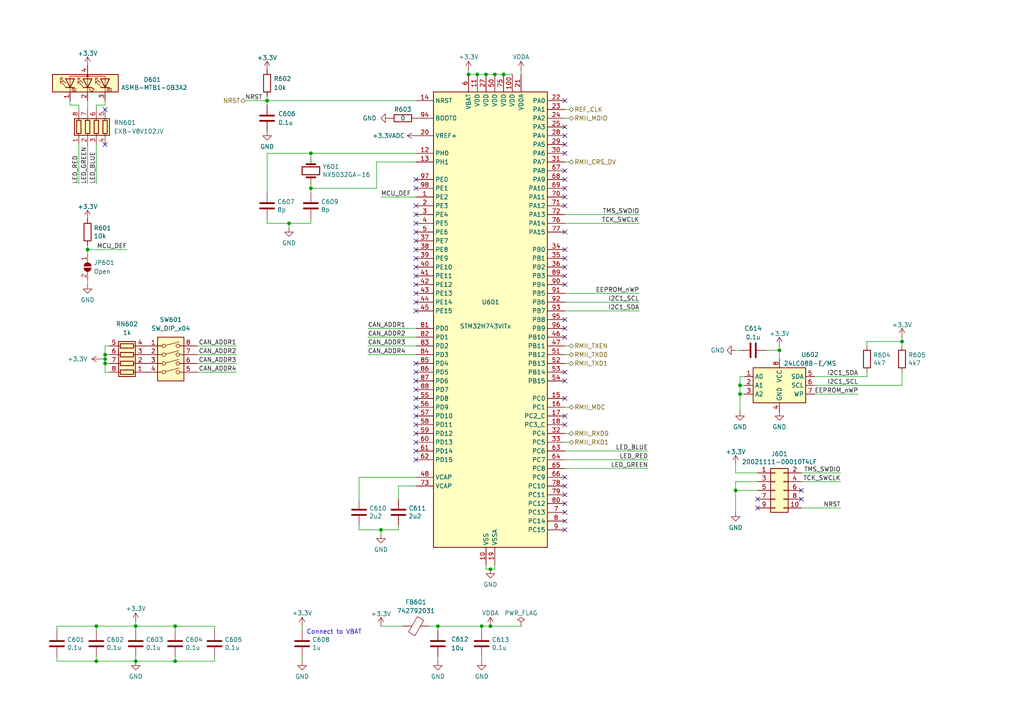
<source format=kicad_sch>
(kicad_sch (version 20231120) (generator "eeschema") (generator_version "8.0")
  (paper "A4")
  (lib_symbols
    (symbol "Connector_Generic:Conn_02x05_Odd_Even" (pin_names (offset 1.016) hide)
      (property "Reference" "J" (at 1.27 7.62 0))
      (property "Value" "Conn_02x05_Odd_Even" (at 1.27 -7.62 0))
      (symbol "Conn_02x05_Odd_Even_1_1"
        (pin passive line (at -5.08 5.08 0) (length 3.81) (name "Pin_1") (number "1"))
        (pin passive line (at 7.62 -5.08 180) (length 3.81) (name "Pin_10") (number "10"))
        (pin passive line (at 7.62 5.08 180) (length 3.81) (name "Pin_2") (number "2"))
        (pin passive line (at -5.08 2.54 0) (length 3.81) (name "Pin_3") (number "3"))
        (pin passive line (at 7.62 2.54 180) (length 3.81) (name "Pin_4") (number "4"))
        (pin passive line (at -5.08 0 0) (length 3.81) (name "Pin_5") (number "5"))
        (pin passive line (at 7.62 0 180) (length 3.81) (name "Pin_6") (number "6"))
        (pin passive line (at -5.08 -2.54 0) (length 3.81) (name "Pin_7") (number "7"))
        (pin passive line (at 7.62 -2.54 180) (length 3.81) (name "Pin_8") (number "8"))
        (pin passive line (at -5.08 -5.08 0) (length 3.81) (name "Pin_9") (number "9"))
      )
    )
    (symbol "Device:C" (pin_numbers hide) (pin_names (offset 0.254))
      (property "Reference" "C" (at 0.635 2.54 0))
      (property "Value" "C" (at 0.635 -2.54 0))
      (symbol "C_1_1"
        (pin passive line (at 0 3.81 270) (length 2.794) (name "~") (number "1"))
        (pin passive line (at 0 -3.81 90) (length 2.794) (name "~") (number "2"))
      )
    )
    (symbol "Device:Crystal" (pin_numbers hide) (pin_names (offset 1.016) hide)
      (property "Reference" "Y" (at 0 3.81 0))
      (property "Value" "Crystal" (at 0 -3.81 0))
      (symbol "Crystal_1_1"
        (pin passive line (at -3.81 0 0) (length 1.27) (name "1") (number "1"))
        (pin passive line (at 3.81 0 180) (length 1.27) (name "2") (number "2"))
      )
    )
    (symbol "Device:FerriteBead" (pin_numbers hide) (pin_names (offset 0))
      (property "Reference" "FB" (at -3.81 0.635 90))
      (property "Value" "FerriteBead" (at 3.81 0 90))
      (symbol "FerriteBead_1_1"
        (pin passive line (at 0 3.81 270) (length 2.54) (name "~") (number "1"))
        (pin passive line (at 0 -3.81 90) (length 2.54) (name "~") (number "2"))
      )
    )
    (symbol "Device:R" (pin_numbers hide) (pin_names (offset 0))
      (property "Reference" "R" (at 2.032 0 90))
      (property "Value" "R" (at 0 0 90))
      (symbol "R_1_1"
        (pin passive line (at 0 3.81 270) (length 1.27) (name "~") (number "1"))
        (pin passive line (at 0 -3.81 90) (length 1.27) (name "~") (number "2"))
      )
    )
    (symbol "Device:R_Pack04" (pin_names (offset 0) hide)
      (property "Reference" "RN" (at -7.62 0 90))
      (property "Value" "R_Pack04" (at 5.08 0 90))
      (symbol "R_Pack04_1_1"
        (pin passive line (at -5.08 -5.08 90) (length 2.54) (name "R1.1") (number "1"))
        (pin passive line (at -2.54 -5.08 90) (length 2.54) (name "R2.1") (number "2"))
        (pin passive line (at 0 -5.08 90) (length 2.54) (name "R3.1") (number "3"))
        (pin passive line (at 2.54 -5.08 90) (length 2.54) (name "R4.1") (number "4"))
        (pin passive line (at 2.54 5.08 270) (length 2.54) (name "R4.2") (number "5"))
        (pin passive line (at 0 5.08 270) (length 2.54) (name "R3.2") (number "6"))
        (pin passive line (at -2.54 5.08 270) (length 2.54) (name "R2.2") (number "7"))
        (pin passive line (at -5.08 5.08 270) (length 2.54) (name "R1.2") (number "8"))
      )
    )
    (symbol "Jumper:SolderJumper_2_Open" (pin_names (offset 0) hide)
      (property "Reference" "JP" (at 0 2.032 0))
      (property "Value" "SolderJumper_2_Open" (at 0 -2.54 0))
      (symbol "SolderJumper_2_Open_1_1"
        (pin passive line (at -3.81 0 0) (length 2.54) (name "A") (number "1"))
        (pin passive line (at 3.81 0 180) (length 2.54) (name "B") (number "2"))
      )
    )
    (symbol "LED:ASMB-MTB1-0A3A2" (pin_names (offset 0) hide)
      (property "Reference" "D" (at 0 12.7 0))
      (property "Value" "ASMB-MTB1-0A3A2" (at 1.27 -11.43 0))
      (symbol "ASMB-MTB1-0A3A2_0_0"
        (text "B" (at -1.905 -6.35 0) (effects (font (size 1.27 1.27))))
        (text "G" (at -1.905 -1.27 0) (effects (font (size 1.27 1.27))))
        (text "R" (at -1.905 3.81 0) (effects (font (size 1.27 1.27))))
      )
      (symbol "ASMB-MTB1-0A3A2_1_1"
        (pin passive line (at -5.08 5.08 0) (length 2.54) (name "RK") (number "1"))
        (pin passive line (at -5.08 0 0) (length 2.54) (name "GK") (number "2"))
        (pin passive line (at -5.08 -5.08 0) (length 2.54) (name "BK") (number "3"))
        (pin passive line (at 5.08 0 180) (length 2.54) (name "A") (number "4"))
      )
    )
    (symbol "MCU_ST_STM32H7:STM32H743VITx"
      (property "Reference" "U" (at -15.24 67.31 0))
      (property "Value" "STM32H743VITx" (at 12.7 67.31 0))
      (symbol "STM32H743VITx_1_1"
        (pin bidirectional line (at -20.32 35.56 0) (length 5.08) (name "PE2") (number "1"))
        (pin power_in line (at 0 -71.12 90) (length 5.08) (name "VSS") (number "10"))
        (pin power_in line (at 7.62 71.12 270) (length 5.08) (name "VDD") (number "100"))
        (pin power_in line (at -2.54 71.12 270) (length 5.08) (name "VDD") (number "11"))
        (pin bidirectional line (at -20.32 48.26 0) (length 5.08) (name "PH0") (number "12"))
        (pin bidirectional line (at -20.32 45.72 0) (length 5.08) (name "PH1") (number "13"))
        (pin input line (at -20.32 63.5 0) (length 5.08) (name "NRST") (number "14"))
        (pin bidirectional line (at 22.86 -22.86 180) (length 5.08) (name "PC0") (number "15"))
        (pin bidirectional line (at 22.86 -25.4 180) (length 5.08) (name "PC1") (number "16"))
        (pin bidirectional line (at 22.86 -27.94 180) (length 5.08) (name "PC2_C") (number "17"))
        (pin bidirectional line (at 22.86 -30.48 180) (length 5.08) (name "PC3_C") (number "18"))
        (pin power_in line (at 2.54 -71.12 90) (length 5.08) (name "VSSA") (number "19"))
        (pin bidirectional line (at -20.32 33.02 0) (length 5.08) (name "PE3") (number "2"))
        (pin input line (at -20.32 53.34 0) (length 5.08) (name "VREF+") (number "20"))
        (pin power_in line (at 10.16 71.12 270) (length 5.08) (name "VDDA") (number "21"))
        (pin bidirectional line (at 22.86 63.5 180) (length 5.08) (name "PA0") (number "22"))
        (pin bidirectional line (at 22.86 60.96 180) (length 5.08) (name "PA1") (number "23"))
        (pin bidirectional line (at 22.86 58.42 180) (length 5.08) (name "PA2") (number "24"))
        (pin bidirectional line (at 22.86 55.88 180) (length 5.08) (name "PA3") (number "25"))
        (pin passive line (at 0 -71.12 90) (length 5.08) hide (name "VSS") (number "26"))
        (pin power_in line (at 0 71.12 270) (length 5.08) (name "VDD") (number "27"))
        (pin bidirectional line (at 22.86 53.34 180) (length 5.08) (name "PA4") (number "28"))
        (pin bidirectional line (at 22.86 50.8 180) (length 5.08) (name "PA5") (number "29"))
        (pin bidirectional line (at -20.32 30.48 0) (length 5.08) (name "PE4") (number "3"))
        (pin bidirectional line (at 22.86 48.26 180) (length 5.08) (name "PA6") (number "30"))
        (pin bidirectional line (at 22.86 45.72 180) (length 5.08) (name "PA7") (number "31"))
        (pin bidirectional line (at 22.86 -33.02 180) (length 5.08) (name "PC4") (number "32"))
        (pin bidirectional line (at 22.86 -35.56 180) (length 5.08) (name "PC5") (number "33"))
        (pin bidirectional line (at 22.86 20.32 180) (length 5.08) (name "PB0") (number "34"))
        (pin bidirectional line (at 22.86 17.78 180) (length 5.08) (name "PB1") (number "35"))
        (pin bidirectional line (at 22.86 15.24 180) (length 5.08) (name "PB2") (number "36"))
        (pin bidirectional line (at -20.32 22.86 0) (length 5.08) (name "PE7") (number "37"))
        (pin bidirectional line (at -20.32 20.32 0) (length 5.08) (name "PE8") (number "38"))
        (pin bidirectional line (at -20.32 17.78 0) (length 5.08) (name "PE9") (number "39"))
        (pin bidirectional line (at -20.32 27.94 0) (length 5.08) (name "PE5") (number "4"))
        (pin bidirectional line (at -20.32 15.24 0) (length 5.08) (name "PE10") (number "40"))
        (pin bidirectional line (at -20.32 12.7 0) (length 5.08) (name "PE11") (number "41"))
        (pin bidirectional line (at -20.32 10.16 0) (length 5.08) (name "PE12") (number "42"))
        (pin bidirectional line (at -20.32 7.62 0) (length 5.08) (name "PE13") (number "43"))
        (pin bidirectional line (at -20.32 5.08 0) (length 5.08) (name "PE14") (number "44"))
        (pin bidirectional line (at -20.32 2.54 0) (length 5.08) (name "PE15") (number "45"))
        (pin bidirectional line (at 22.86 -5.08 180) (length 5.08) (name "PB10") (number "46"))
        (pin bidirectional line (at 22.86 -7.62 180) (length 5.08) (name "PB11") (number "47"))
        (pin power_out line (at -20.32 -45.72 0) (length 5.08) (name "VCAP") (number "48"))
        (pin passive line (at 0 -71.12 90) (length 5.08) hide (name "VSS") (number "49"))
        (pin bidirectional line (at -20.32 25.4 0) (length 5.08) (name "PE6") (number "5"))
        (pin power_in line (at 2.54 71.12 270) (length 5.08) (name "VDD") (number "50"))
        (pin bidirectional line (at 22.86 -10.16 180) (length 5.08) (name "PB12") (number "51"))
        (pin bidirectional line (at 22.86 -12.7 180) (length 5.08) (name "PB13") (number "52"))
        (pin bidirectional line (at 22.86 -15.24 180) (length 5.08) (name "PB14") (number "53"))
        (pin bidirectional line (at 22.86 -17.78 180) (length 5.08) (name "PB15") (number "54"))
        (pin bidirectional line (at -20.32 -22.86 0) (length 5.08) (name "PD8") (number "55"))
        (pin bidirectional line (at -20.32 -25.4 0) (length 5.08) (name "PD9") (number "56"))
        (pin bidirectional line (at -20.32 -27.94 0) (length 5.08) (name "PD10") (number "57"))
        (pin bidirectional line (at -20.32 -30.48 0) (length 5.08) (name "PD11") (number "58"))
        (pin bidirectional line (at -20.32 -33.02 0) (length 5.08) (name "PD12") (number "59"))
        (pin power_in line (at -5.08 71.12 270) (length 5.08) (name "VBAT") (number "6"))
        (pin bidirectional line (at -20.32 -35.56 0) (length 5.08) (name "PD13") (number "60"))
        (pin bidirectional line (at -20.32 -38.1 0) (length 5.08) (name "PD14") (number "61"))
        (pin bidirectional line (at -20.32 -40.64 0) (length 5.08) (name "PD15") (number "62"))
        (pin bidirectional line (at 22.86 -38.1 180) (length 5.08) (name "PC6") (number "63"))
        (pin bidirectional line (at 22.86 -40.64 180) (length 5.08) (name "PC7") (number "64"))
        (pin bidirectional line (at 22.86 -43.18 180) (length 5.08) (name "PC8") (number "65"))
        (pin bidirectional line (at 22.86 -45.72 180) (length 5.08) (name "PC9") (number "66"))
        (pin bidirectional line (at 22.86 43.18 180) (length 5.08) (name "PA8") (number "67"))
        (pin bidirectional line (at 22.86 40.64 180) (length 5.08) (name "PA9") (number "68"))
        (pin bidirectional line (at 22.86 38.1 180) (length 5.08) (name "PA10") (number "69"))
        (pin bidirectional line (at 22.86 -55.88 180) (length 5.08) (name "PC13") (number "7"))
        (pin bidirectional line (at 22.86 35.56 180) (length 5.08) (name "PA11") (number "70"))
        (pin bidirectional line (at 22.86 33.02 180) (length 5.08) (name "PA12") (number "71"))
        (pin bidirectional line (at 22.86 30.48 180) (length 5.08) (name "PA13") (number "72"))
        (pin power_out line (at -20.32 -48.26 0) (length 5.08) (name "VCAP") (number "73"))
        (pin passive line (at 0 -71.12 90) (length 5.08) hide (name "VSS") (number "74"))
        (pin power_in line (at 5.08 71.12 270) (length 5.08) (name "VDD") (number "75"))
        (pin bidirectional line (at 22.86 27.94 180) (length 5.08) (name "PA14") (number "76"))
        (pin bidirectional line (at 22.86 25.4 180) (length 5.08) (name "PA15") (number "77"))
        (pin bidirectional line (at 22.86 -48.26 180) (length 5.08) (name "PC10") (number "78"))
        (pin bidirectional line (at 22.86 -50.8 180) (length 5.08) (name "PC11") (number "79"))
        (pin bidirectional line (at 22.86 -58.42 180) (length 5.08) (name "PC14") (number "8"))
        (pin bidirectional line (at 22.86 -53.34 180) (length 5.08) (name "PC12") (number "80"))
        (pin bidirectional line (at -20.32 -2.54 0) (length 5.08) (name "PD0") (number "81"))
        (pin bidirectional line (at -20.32 -5.08 0) (length 5.08) (name "PD1") (number "82"))
        (pin bidirectional line (at -20.32 -7.62 0) (length 5.08) (name "PD2") (number "83"))
        (pin bidirectional line (at -20.32 -10.16 0) (length 5.08) (name "PD3") (number "84"))
        (pin bidirectional line (at -20.32 -12.7 0) (length 5.08) (name "PD4") (number "85"))
        (pin bidirectional line (at -20.32 -15.24 0) (length 5.08) (name "PD5") (number "86"))
        (pin bidirectional line (at -20.32 -17.78 0) (length 5.08) (name "PD6") (number "87"))
        (pin bidirectional line (at -20.32 -20.32 0) (length 5.08) (name "PD7") (number "88"))
        (pin bidirectional line (at 22.86 12.7 180) (length 5.08) (name "PB3") (number "89"))
        (pin bidirectional line (at 22.86 -60.96 180) (length 5.08) (name "PC15") (number "9"))
        (pin bidirectional line (at 22.86 10.16 180) (length 5.08) (name "PB4") (number "90"))
        (pin bidirectional line (at 22.86 7.62 180) (length 5.08) (name "PB5") (number "91"))
        (pin bidirectional line (at 22.86 5.08 180) (length 5.08) (name "PB6") (number "92"))
        (pin bidirectional line (at 22.86 2.54 180) (length 5.08) (name "PB7") (number "93"))
        (pin input line (at -20.32 58.42 0) (length 5.08) (name "BOOT0") (number "94"))
        (pin bidirectional line (at 22.86 0 180) (length 5.08) (name "PB8") (number "95"))
        (pin bidirectional line (at 22.86 -2.54 180) (length 5.08) (name "PB9") (number "96"))
        (pin bidirectional line (at -20.32 40.64 0) (length 5.08) (name "PE0") (number "97"))
        (pin bidirectional line (at -20.32 38.1 0) (length 5.08) (name "PE1") (number "98"))
        (pin passive line (at 0 -71.12 90) (length 5.08) hide (name "VSS") (number "99"))
      )
    )
    (symbol "Memory_EEPROM:24LC08"
      (property "Reference" "U" (at -6.35 6.35 0))
      (property "Value" "24LC08" (at 1.27 6.35 0))
      (symbol "24LC08_1_1"
        (pin input line (at -10.16 2.54 0) (length 2.54) (name "A0") (number "1"))
        (pin input line (at -10.16 0 0) (length 2.54) (name "A1") (number "2"))
        (pin input line (at -10.16 -2.54 0) (length 2.54) (name "A2") (number "3"))
        (pin power_in line (at 0 -7.62 90) (length 2.54) (name "GND") (number "4"))
        (pin bidirectional line (at 10.16 2.54 180) (length 2.54) (name "SDA") (number "5"))
        (pin input line (at 10.16 0 180) (length 2.54) (name "SCL") (number "6"))
        (pin input line (at 10.16 -2.54 180) (length 2.54) (name "WP") (number "7"))
        (pin power_in line (at 0 7.62 270) (length 2.54) (name "VCC") (number "8"))
      )
    )
    (symbol "R_Pack04_1" (pin_names (offset 0) hide)
      (property "Reference" "RN" (at -7.62 0 90))
      (property "Value" "R_Pack04" (at 5.08 0 90))
      (symbol "R_Pack04_1_1_1"
        (pin passive line (at -5.08 -5.08 90) (length 2.54) (name "R1.1") (number "1"))
        (pin passive line (at -2.54 -5.08 90) (length 2.54) (name "R2.1") (number "2"))
        (pin passive line (at 0 -5.08 90) (length 2.54) (name "R3.1") (number "3"))
        (pin passive line (at 2.54 -5.08 90) (length 2.54) (name "R4.1") (number "4"))
        (pin passive line (at 2.54 5.08 270) (length 2.54) (name "R4.2") (number "5"))
        (pin passive line (at 0 5.08 270) (length 2.54) (name "R3.2") (number "6"))
        (pin passive line (at -2.54 5.08 270) (length 2.54) (name "R2.2") (number "7"))
        (pin passive line (at -5.08 5.08 270) (length 2.54) (name "R1.2") (number "8"))
      )
    )
    (symbol "Switch:SW_DIP_x04" (pin_names (offset 0) hide)
      (property "Reference" "SW" (at 0 8.89 0))
      (property "Value" "SW_DIP_x04" (at 0 -6.35 0))
      (symbol "SW_DIP_x04_1_1"
        (pin passive line (at -7.62 5.08 0) (length 5.08) (name "~") (number "1"))
        (pin passive line (at -7.62 2.54 0) (length 5.08) (name "~") (number "2"))
        (pin passive line (at -7.62 0 0) (length 5.08) (name "~") (number "3"))
        (pin passive line (at -7.62 -2.54 0) (length 5.08) (name "~") (number "4"))
        (pin passive line (at 7.62 -2.54 180) (length 5.08) (name "~") (number "5"))
        (pin passive line (at 7.62 0 180) (length 5.08) (name "~") (number "6"))
        (pin passive line (at 7.62 2.54 180) (length 5.08) (name "~") (number "7"))
        (pin passive line (at 7.62 5.08 180) (length 5.08) (name "~") (number "8"))
      )
    )
    (symbol "power:+3.3V" (power) (pin_numbers hide) (pin_names (offset 0) hide)
      (property "Value" "+3.3V" (at 0 3.556 0))
      (symbol "+3.3V_1_1"
        (pin power_in line (at 0 0 90) (length 0) (name "~") (number "1"))
      )
    )
    (symbol "power:+3.3VADC" (power) (pin_numbers hide) (pin_names (offset 0) hide)
      (property "Value" "+3.3VADC" (at 0 3.556 0))
      (symbol "+3.3VADC_0_0"
        (pin power_in line (at 0 0 90) (length 0) (name "~") (number "1"))
      )
    )
    (symbol "power:GND" (power) (pin_numbers hide) (pin_names (offset 0) hide)
      (property "Value" "GND" (at 0 -3.81 0))
      (symbol "GND_1_1"
        (pin power_in line (at 0 0 270) (length 0) (name "~") (number "1"))
      )
    )
    (symbol "power:PWR_FLAG" (power) (pin_numbers hide) (pin_names (offset 0) hide)
      (property "Value" "PWR_FLAG" (at 0 3.81 0))
      (symbol "PWR_FLAG_0_0"
        (pin power_out line (at 0 0 90) (length 0) (name "~") (number "1"))
      )
    )
    (symbol "power:VDDA" (power) (pin_numbers hide) (pin_names (offset 0) hide)
      (property "Value" "VDDA" (at 0 3.556 0))
      (symbol "VDDA_1_1"
        (pin power_in line (at 0 0 90) (length 0) (name "~") (number "1"))
      )
    )
  )
  (junction (at 39.37 181.61))
  (junction (at 50.8 191.77))
  (junction (at 143.51 21.59))
  (junction (at 214.63 111.76))
  (junction (at 30.48 104.14))
  (junction (at 139.7 181.61))
  (junction (at 77.47 29.21))
  (junction (at 146.05 21.59))
  (junction (at 214.63 114.3))
  (junction (at 142.24 165.1))
  (junction (at 27.94 191.77))
  (junction (at 110.49 153.67))
  (junction (at 142.24 181.61))
  (junction (at 83.82 64.77))
  (junction (at 138.43 21.59))
  (junction (at 30.48 105.41))
  (junction (at 261.62 99.06))
  (junction (at 90.17 54.61))
  (junction (at 213.36 142.24))
  (junction (at 39.37 191.77))
  (junction (at 127 181.61))
  (junction (at 50.8 181.61))
  (junction (at 27.94 181.61))
  (junction (at 90.17 44.45))
  (junction (at 226.06 101.6))
  (junction (at 135.89 21.59))
  (junction (at 25.4 72.39))
  (junction (at 30.48 102.87))
  (junction (at 140.97 21.59))
  (no_connect (at 120.65 85.09))
  (no_connect (at 120.65 62.23))
  (no_connect (at 163.83 57.15))
  (no_connect (at 120.65 105.41))
  (no_connect (at 120.65 115.57))
  (no_connect (at 163.83 59.69))
  (no_connect (at 163.83 39.37))
  (no_connect (at 232.41 144.78))
  (no_connect (at 163.83 44.45))
  (no_connect (at 120.65 90.17))
  (no_connect (at 163.83 107.95))
  (no_connect (at 120.65 118.11))
  (no_connect (at 163.83 110.49))
  (no_connect (at 163.83 97.79))
  (no_connect (at 120.65 125.73))
  (no_connect (at 219.71 147.32))
  (no_connect (at 163.83 146.05))
  (no_connect (at 163.83 92.71))
  (no_connect (at 120.65 59.69))
  (no_connect (at 163.83 49.53))
  (no_connect (at 163.83 80.01))
  (no_connect (at 163.83 74.93))
  (no_connect (at 120.65 82.55))
  (no_connect (at 120.65 110.49))
  (no_connect (at 120.65 87.63))
  (no_connect (at 120.65 64.77))
  (no_connect (at 120.65 113.03))
  (no_connect (at 163.83 54.61))
  (no_connect (at 163.83 138.43))
  (no_connect (at 120.65 130.81))
  (no_connect (at 163.83 143.51))
  (no_connect (at 163.83 148.59))
  (no_connect (at 163.83 115.57))
  (no_connect (at 163.83 36.83))
  (no_connect (at 163.83 52.07))
  (no_connect (at 163.83 67.31))
  (no_connect (at 120.65 52.07))
  (no_connect (at 120.65 107.95))
  (no_connect (at 30.48 41.91))
  (no_connect (at 163.83 77.47))
  (no_connect (at 163.83 151.13))
  (no_connect (at 232.41 142.24))
  (no_connect (at 163.83 72.39))
  (no_connect (at 120.65 74.93))
  (no_connect (at 120.65 80.01))
  (no_connect (at 163.83 29.21))
  (no_connect (at 30.48 31.75))
  (no_connect (at 163.83 153.67))
  (no_connect (at 163.83 95.25))
  (no_connect (at 120.65 128.27))
  (no_connect (at 163.83 140.97))
  (no_connect (at 120.65 120.65))
  (no_connect (at 120.65 54.61))
  (no_connect (at 120.65 77.47))
  (no_connect (at 120.65 69.85))
  (no_connect (at 163.83 41.91))
  (no_connect (at 120.65 133.35))
  (no_connect (at 120.65 67.31))
  (no_connect (at 120.65 72.39))
  (no_connect (at 163.83 82.55))
  (no_connect (at 163.83 123.19))
  (no_connect (at 120.65 123.19))
  (no_connect (at 163.83 120.65))
  (no_connect (at 219.71 144.78))
  (wire (pts (xy 39.37 190.5) (xy 39.37 191.77)))
  (wire (pts (xy 50.8 181.61) (xy 39.37 181.61)))
  (wire (pts (xy 138.43 21.59) (xy 140.97 21.59)))
  (wire (pts (xy 120.65 97.79) (xy 106.68 97.79)))
  (wire (pts (xy 30.48 102.87) (xy 31.75 102.87)))
  (wire (pts (xy 251.46 100.33) (xy 251.46 99.06)))
  (wire (pts (xy 25.4 29.21) (xy 25.4 31.75)))
  (wire (pts (xy 140.97 165.1) (xy 142.24 165.1)))
  (wire (pts (xy 30.48 102.87) (xy 30.48 100.33)))
  (wire (pts (xy 77.47 29.21) (xy 120.65 29.21)))
  (wire (pts (xy 39.37 181.61) (xy 27.94 181.61)))
  (wire (pts (xy 25.4 73.66) (xy 25.4 72.39)))
  (wire (pts (xy 163.83 46.99) (xy 165.1 46.99)))
  (wire (pts (xy 226.06 101.6) (xy 226.06 104.14)))
  (wire (pts (xy 163.83 133.35) (xy 187.96 133.35)))
  (wire (pts (xy 140.97 163.83) (xy 140.97 165.1)))
  (wire (pts (xy 214.63 119.38) (xy 214.63 114.3)))
  (wire (pts (xy 27.94 181.61) (xy 16.51 181.61)))
  (wire (pts (xy 50.8 191.77) (xy 62.23 191.77)))
  (wire (pts (xy 30.48 105.41) (xy 30.48 104.14)))
  (wire (pts (xy 115.57 140.97) (xy 120.65 140.97)))
  (wire (pts (xy 219.71 142.24) (xy 213.36 142.24)))
  (wire (pts (xy 87.63 181.61) (xy 87.63 182.88)))
  (wire (pts (xy 163.83 118.11) (xy 165.1 118.11)))
  (wire (pts (xy 30.48 30.48) (xy 27.94 30.48)))
  (wire (pts (xy 163.83 125.73) (xy 165.1 125.73)))
  (wire (pts (xy 236.22 109.22) (xy 251.46 109.22)))
  (wire (pts (xy 27.94 30.48) (xy 27.94 31.75)))
  (wire (pts (xy 139.7 181.61) (xy 139.7 182.88)))
  (wire (pts (xy 110.49 153.67) (xy 115.57 153.67)))
  (wire (pts (xy 236.22 114.3) (xy 248.92 114.3)))
  (wire (pts (xy 90.17 64.77) (xy 90.17 63.5)))
  (wire (pts (xy 261.62 97.79) (xy 261.62 99.06)))
  (wire (pts (xy 83.82 64.77) (xy 90.17 64.77)))
  (wire (pts (xy 30.48 105.41) (xy 31.75 105.41)))
  (wire (pts (xy 22.86 41.91) (xy 22.86 53.34)))
  (wire (pts (xy 31.75 107.95) (xy 30.48 107.95)))
  (wire (pts (xy 163.83 34.29) (xy 165.1 34.29)))
  (wire (pts (xy 213.36 142.24) (xy 213.36 139.7)))
  (wire (pts (xy 222.25 101.6) (xy 226.06 101.6)))
  (wire (pts (xy 163.83 100.33) (xy 165.1 100.33)))
  (wire (pts (xy 57.15 102.87) (xy 68.58 102.87)))
  (wire (pts (xy 163.83 105.41) (xy 165.1 105.41)))
  (wire (pts (xy 90.17 44.45) (xy 77.47 44.45)))
  (wire (pts (xy 163.83 128.27) (xy 165.1 128.27)))
  (wire (pts (xy 110.49 181.61) (xy 116.84 181.61)))
  (wire (pts (xy 139.7 181.61) (xy 142.24 181.61)))
  (wire (pts (xy 165.1 102.87) (xy 163.83 102.87)))
  (wire (pts (xy 120.65 100.33) (xy 106.68 100.33)))
  (wire (pts (xy 115.57 140.97) (xy 115.57 144.78)))
  (wire (pts (xy 62.23 181.61) (xy 62.23 182.88)))
  (wire (pts (xy 135.89 21.59) (xy 138.43 21.59)))
  (wire (pts (xy 39.37 181.61) (xy 39.37 182.88)))
  (wire (pts (xy 16.51 190.5) (xy 16.51 191.77)))
  (wire (pts (xy 16.51 181.61) (xy 16.51 182.88)))
  (wire (pts (xy 109.22 46.99) (xy 109.22 54.61)))
  (wire (pts (xy 120.65 46.99) (xy 109.22 46.99)))
  (wire (pts (xy 214.63 111.76) (xy 214.63 114.3)))
  (wire (pts (xy 143.51 163.83) (xy 143.51 165.1)))
  (wire (pts (xy 214.63 114.3) (xy 215.9 114.3)))
  (wire (pts (xy 27.94 181.61) (xy 27.94 182.88)))
  (wire (pts (xy 232.41 139.7) (xy 243.84 139.7)))
  (wire (pts (xy 50.8 181.61) (xy 50.8 182.88)))
  (wire (pts (xy 110.49 57.15) (xy 120.65 57.15)))
  (wire (pts (xy 213.36 134.62) (xy 213.36 137.16)))
  (wire (pts (xy 57.15 107.95) (xy 68.58 107.95)))
  (wire (pts (xy 104.14 138.43) (xy 120.65 138.43)))
  (wire (pts (xy 77.47 63.5) (xy 77.47 64.77)))
  (wire (pts (xy 36.83 72.39) (xy 25.4 72.39)))
  (wire (pts (xy 232.41 137.16) (xy 243.84 137.16)))
  (wire (pts (xy 213.36 139.7) (xy 219.71 139.7)))
  (wire (pts (xy 143.51 21.59) (xy 146.05 21.59)))
  (wire (pts (xy 163.83 87.63) (xy 185.42 87.63)))
  (wire (pts (xy 151.13 20.32) (xy 151.13 21.59)))
  (wire (pts (xy 25.4 81.28) (xy 25.4 82.55)))
  (wire (pts (xy 20.32 29.21) (xy 20.32 30.48)))
  (wire (pts (xy 251.46 109.22) (xy 251.46 107.95)))
  (wire (pts (xy 120.65 102.87) (xy 106.68 102.87)))
  (wire (pts (xy 90.17 53.34) (xy 90.17 54.61)))
  (wire (pts (xy 139.7 191.77) (xy 139.7 190.5)))
  (wire (pts (xy 163.83 90.17) (xy 185.42 90.17)))
  (wire (pts (xy 30.48 104.14) (xy 30.48 102.87)))
  (wire (pts (xy 110.49 154.94) (xy 110.49 153.67)))
  (wire (pts (xy 104.14 153.67) (xy 110.49 153.67)))
  (wire (pts (xy 77.47 29.21) (xy 77.47 30.48)))
  (wire (pts (xy 104.14 152.4) (xy 104.14 153.67)))
  (wire (pts (xy 22.86 30.48) (xy 22.86 31.75)))
  (wire (pts (xy 27.94 41.91) (xy 27.94 53.34)))
  (wire (pts (xy 163.83 135.89) (xy 187.96 135.89)))
  (wire (pts (xy 261.62 111.76) (xy 261.62 107.95)))
  (wire (pts (xy 135.89 20.32) (xy 135.89 21.59)))
  (wire (pts (xy 127 181.61) (xy 124.46 181.61)))
  (wire (pts (xy 232.41 147.32) (xy 243.84 147.32)))
  (wire (pts (xy 71.12 29.21) (xy 77.47 29.21)))
  (wire (pts (xy 261.62 99.06) (xy 261.62 100.33)))
  (wire (pts (xy 77.47 64.77) (xy 83.82 64.77)))
  (wire (pts (xy 226.06 100.33) (xy 226.06 101.6)))
  (wire (pts (xy 163.83 31.75) (xy 165.1 31.75)))
  (wire (pts (xy 215.9 111.76) (xy 214.63 111.76)))
  (wire (pts (xy 142.24 165.1) (xy 143.51 165.1)))
  (wire (pts (xy 127 181.61) (xy 127 182.88)))
  (wire (pts (xy 62.23 181.61) (xy 50.8 181.61)))
  (wire (pts (xy 109.22 54.61) (xy 90.17 54.61)))
  (wire (pts (xy 215.9 109.22) (xy 214.63 109.22)))
  (wire (pts (xy 57.15 105.41) (xy 68.58 105.41)))
  (wire (pts (xy 25.4 41.91) (xy 25.4 53.34)))
  (wire (pts (xy 214.63 109.22) (xy 214.63 111.76)))
  (wire (pts (xy 163.83 62.23) (xy 185.42 62.23)))
  (wire (pts (xy 39.37 180.34) (xy 39.37 181.61)))
  (wire (pts (xy 127 181.61) (xy 139.7 181.61)))
  (wire (pts (xy 213.36 137.16) (xy 219.71 137.16)))
  (wire (pts (xy 30.48 29.21) (xy 30.48 30.48)))
  (wire (pts (xy 213.36 101.6) (xy 214.63 101.6)))
  (wire (pts (xy 90.17 45.72) (xy 90.17 44.45)))
  (wire (pts (xy 27.94 190.5) (xy 27.94 191.77)))
  (wire (pts (xy 251.46 99.06) (xy 261.62 99.06)))
  (wire (pts (xy 62.23 191.77) (xy 62.23 190.5)))
  (wire (pts (xy 25.4 72.39) (xy 25.4 71.12)))
  (wire (pts (xy 163.83 130.81) (xy 187.96 130.81)))
  (wire (pts (xy 16.51 191.77) (xy 27.94 191.77)))
  (wire (pts (xy 127 191.77) (xy 127 190.5)))
  (wire (pts (xy 90.17 44.45) (xy 120.65 44.45)))
  (wire (pts (xy 50.8 190.5) (xy 50.8 191.77)))
  (wire (pts (xy 29.21 104.14) (xy 30.48 104.14)))
  (wire (pts (xy 140.97 21.59) (xy 143.51 21.59)))
  (wire (pts (xy 236.22 111.76) (xy 261.62 111.76)))
  (wire (pts (xy 77.47 44.45) (xy 77.47 55.88)))
  (wire (pts (xy 27.94 191.77) (xy 39.37 191.77)))
  (wire (pts (xy 115.57 153.67) (xy 115.57 152.4)))
  (wire (pts (xy 120.65 95.25) (xy 106.68 95.25)))
  (wire (pts (xy 39.37 191.77) (xy 50.8 191.77)))
  (wire (pts (xy 87.63 190.5) (xy 87.63 191.77)))
  (wire (pts (xy 104.14 138.43) (xy 104.14 144.78)))
  (wire (pts (xy 20.32 30.48) (xy 22.86 30.48)))
  (wire (pts (xy 146.05 21.59) (xy 148.59 21.59)))
  (wire (pts (xy 90.17 54.61) (xy 90.17 55.88)))
  (wire (pts (xy 163.83 85.09) (xy 185.42 85.09)))
  (wire (pts (xy 30.48 107.95) (xy 30.48 105.41)))
  (wire (pts (xy 57.15 100.33) (xy 68.58 100.33)))
  (wire (pts (xy 83.82 66.04) (xy 83.82 64.77)))
  (wire (pts (xy 213.36 148.59) (xy 213.36 142.24)))
  (wire (pts (xy 142.24 181.61) (xy 151.13 181.61)))
  (wire (pts (xy 163.83 64.77) (xy 185.42 64.77)))
  (wire (pts (xy 77.47 27.94) (xy 77.47 29.21)))
  (wire (pts (xy 30.48 100.33) (xy 31.75 100.33)))
  (text "Connect to VBAT" (at 88.9 184.15 0) (effects (font (size 1.27 1.27)) (justify left bottom)))
  (label "MCU_DEF" (at 110.49 57.15 0))
  (label "MCU_DEF" (at 36.83 72.39 180))
  (label "I2C1_SDA" (at 185.42 90.17 180))
  (label "CAN_ADDR1" (at 68.58 100.33 180))
  (label "LED_RED" (at 22.86 53.34 90))
  (label "CAN_ADDR4" (at 106.68 102.87 0))
  (label "TCK_SWCLK" (at 185.42 64.77 180))
  (label "CAN_ADDR2" (at 68.58 102.87 180))
  (label "I2C1_SDA" (at 248.92 109.22 180))
  (label "LED_BLUE" (at 187.96 130.81 180))
  (label "TCK_SWCLK" (at 243.84 139.7 180))
  (label "I2C1_SCL" (at 248.92 111.76 180))
  (label "EEPROM_nWP" (at 248.92 114.3 180))
  (label "LED_GREEN" (at 25.4 53.34 90))
  (label "LED_GREEN" (at 187.96 135.89 180))
  (label "LED_RED" (at 187.96 133.35 180))
  (label "LED_BLUE" (at 27.94 53.34 90))
  (label "CAN_ADDR4" (at 68.58 107.95 180))
  (label "I2C1_SCL" (at 185.42 87.63 180))
  (label "EEPROM_nWP" (at 185.42 85.09 180))
  (label "CAN_ADDR3" (at 68.58 105.41 180))
  (label "NRST" (at 243.84 147.32 180))
  (label "TMS_SWDIO" (at 185.42 62.23 180))
  (label "TMS_SWDIO" (at 243.84 137.16 180))
  (label "CAN_ADDR3" (at 106.68 100.33 0))
  (label "CAN_ADDR2" (at 106.68 97.79 0))
  (label "CAN_ADDR1" (at 106.68 95.25 0))
  (label "NRST" (at 71.12 29.21 0))
  (hierarchical_label "RMII_MDC" (shape bidirectional) (at 165.1 118.11 0))
  (hierarchical_label "RMII_MDIO" (shape bidirectional) (at 165.1 34.29 0))
  (hierarchical_label "RMII_TXD1" (shape bidirectional) (at 165.1 105.41 0))
  (hierarchical_label "REF_CLK" (shape bidirectional) (at 165.1 31.75 0))
  (hierarchical_label "RMII_TXEN" (shape bidirectional) (at 165.1 100.33 0))
  (hierarchical_label "RMII_TXD0" (shape bidirectional) (at 165.1 102.87 0))
  (hierarchical_label "NRST" (shape bidirectional) (at 71.12 29.21 180))
  (hierarchical_label "RMII_CRS_DV" (shape bidirectional) (at 165.1 46.99 0))
  (hierarchical_label "RMII_RXD0" (shape bidirectional) (at 165.1 125.73 0))
  (hierarchical_label "RMII_RXD1" (shape bidirectional) (at 165.1 128.27 0))
  (symbol (lib_id "power:VDDA") (at 151.13 20.32 0) (unit 1)
    (property "Reference" "#PWR0621" (effects (hide yes)))
    (property "Value" "VDDA" (at 151.13 16.51 0))
    (property "Description" "Power symbol creates a global label with name \"VDDA\"" (effects (hide yes)))
    (instances (project "ETH1HMSR-SMS" (path "" (reference "#PWR0621") (unit 1))) (project "ETH1HMSR-SMS" (path "" (reference "#PWR0431") (unit 1))) (project "ETH1IRCAM1" (path "" (reference "#PWR0418") (unit 1))))
  )
  (symbol (lib_id "Switch:SW_DIP_x04") (at 49.53 105.41 0) (unit 1)
    (property "Reference" "SW601" (at 49.53 92.71 0))
    (property "Value" "SW_DIP_x04" (at 49.53 95.25 0))
    (property "Footprint" "Button_Switch_SMD:SW_DIP_SPSTx04_Slide_KingTek_DSHP04TS_W7.62mm_P1.27mm" (effects (hide yes)))
    (property "Description" "4x DIP Switch, Single Pole Single Throw (SPST) switch, small symbol" (effects (hide yes)))
  )
  (symbol (lib_id "LED:ASMB-MTB1-0A3A2") (at 25.4 24.13 90) (unit 1)
    (property "Reference" "D601" (at 46.736 23.114 90) (effects (justify left)))
    (property "Value" "ASMB-MTB1-0B3A2" (at 54.356 25.4 90) (effects (justify left)))
    (property "Footprint" "LED_SMD:LED_Avago_PLCC4_3.2x2.8mm_CW" (effects (hide yes)))
    (property "Datasheet" "https://docs.broadcom.com/docs/AV02-4194EN" (effects (hide yes)))
    (instances (project "ETH1HMSR-SMS" (path "" (reference "D601") (unit 1))) (project "ETH1HMSR-SMS" (path "" (reference "D401") (unit 1))) (project "ETH1IRCAM1" (path "" (reference "D401") (unit 1))))
  )
  (symbol (lib_id "Device:C") (at 16.51 186.69 0) (unit 1)
    (property "Reference" "C601" (at 19.431 185.5216 0) (effects (justify left)))
    (property "Value" "0.1u" (at 19.431 187.833 0) (effects (justify left)))
    (property "Footprint" "Capacitor_SMD:C_0603_1608Metric_Pad1.08x0.95mm_HandSolder" (effects (hide yes)))
    (instances (project "ETH1HMSR-SMS" (path "" (reference "C601") (unit 1))) (project "ETH1HMSR-SMS" (path "" (reference "C401") (unit 1))) (project "ETH1IRCAM1" (path "" (reference "C401") (unit 1))))
  )
  (symbol (lib_id "power:GND") (at 214.63 119.38 0) (unit 1)
    (property "Reference" "#PWR0625" (effects (hide yes)))
    (property "Value" "GND" (at 214.63 123.825 0))
    (property "Description" "Power symbol creates a global label with name \"GND\" , ground" (effects (hide yes)))
    (instances (project "ETH1HMSR-SMS" (path "" (reference "#PWR0625") (unit 1))) (project "ETH1HMSR-SMS" (path "" (reference "#PWR0435") (unit 1))) (project "ETH1IRCAM1" (path "" (reference "#PWR0424") (unit 1))))
  )
  (symbol (lib_id "power:+3.3V") (at 29.21 104.14 90) (unit 1)
    (property "Reference" "#PWR0604" (effects (hide yes)))
    (property "Value" "+3.3V" (at 25.4 104.1399 90) (effects (justify left)))
    (property "Description" "Power symbol creates a global label with name \"+3.3V\"" (effects (hide yes)))
  )
  (symbol (lib_id "power:GND") (at 139.7 191.77 0) (unit 1)
    (property "Reference" "#PWR0618" (effects (hide yes)))
    (property "Value" "GND" (at 139.7 196.215 0))
    (property "Description" "Power symbol creates a global label with name \"GND\" , ground" (effects (hide yes)))
    (instances (project "ETH1HMSR-SMS" (path "" (reference "#PWR0618") (unit 1))) (project "ETH1HMSR-SMS" (path "" (reference "#PWR0426") (unit 1))) (project "ETH1IRCAM1" (path "" (reference "#PWR0413") (unit 1))))
  )
  (symbol (lib_id "Device:Crystal") (at 90.17 49.53 270) (unit 1)
    (property "Reference" "Y601" (at 93.4974 48.3616 90) (effects (justify left)))
    (property "Value" "NX5032GA-16" (at 93.4974 50.673 90) (effects (justify left)))
    (property "Footprint" "ETH1BATT12:NX5032GA" (effects (hide yes)))
    (instances (project "ETH1HMSR-SMS" (path "" (reference "Y601") (unit 1))) (project "ETH1HMSR-SMS" (path "" (reference "Y401") (unit 1))) (project "ETH1IRCAM1" (path "" (reference "Y401") (unit 1))))
  )
  (symbol (lib_id "Device:FerriteBead") (at 120.65 181.61 270) (unit 1)
    (property "Reference" "FB601" (at 120.65 174.625 90))
    (property "Value" "742792031" (at 120.65 177.165 90))
    (property "Footprint" "Inductor_SMD:L_0805_2012Metric_Pad1.05x1.20mm_HandSolder" (effects (hide yes)))
    (instances (project "ETH1HMSR-SMS" (path "" (reference "FB601") (unit 1))) (project "ETH1HMSR-SMS" (path "" (reference "FB401") (unit 1))) (project "ETH1IRCAM1" (path "" (reference "FB401") (unit 1))))
  )
  (symbol (lib_id "Device:C") (at 115.57 148.59 0) (unit 1)
    (property "Reference" "C611" (at 118.491 147.4216 0) (effects (justify left)))
    (property "Value" "2u2" (at 118.491 149.733 0) (effects (justify left)))
    (property "Footprint" "Capacitor_SMD:C_0603_1608Metric_Pad1.08x0.95mm_HandSolder" (effects (hide yes)))
    (instances (project "ETH1HMSR-SMS" (path "" (reference "C611") (unit 1))) (project "ETH1HMSR-SMS" (path "" (reference "C420") (unit 1))) (project "ETH1IRCAM1" (path "" (reference "C412") (unit 1))))
  )
  (symbol (lib_id "power:GND") (at 113.03 34.29 270) (unit 1)
    (property "Reference" "#PWR0614" (effects (hide yes)))
    (property "Value" "GND" (at 109.22 34.29 90) (effects (justify right)))
    (property "Description" "Power symbol creates a global label with name \"GND\" , ground" (effects (hide yes)))
    (instances (project "ETH1HMSR-SMS" (path "" (reference "#PWR0614") (unit 1))) (project "ETH1HMSR-SMS" (path "" (reference "#PWR0425") (unit 1))) (project "ETH1IRCAM1" (path "" (reference "#PWR0412") (unit 1))))
  )
  (symbol (lib_id "Device:C") (at 39.37 186.69 0) (unit 1)
    (property "Reference" "C603" (at 42.291 185.5216 0) (effects (justify left)))
    (property "Value" "0.1u" (at 42.291 187.833 0) (effects (justify left)))
    (property "Footprint" "Capacitor_SMD:C_0603_1608Metric_Pad1.08x0.95mm_HandSolder" (effects (hide yes)))
    (instances (project "ETH1HMSR-SMS" (path "" (reference "C603") (unit 1))) (project "ETH1HMSR-SMS" (path "" (reference "C407") (unit 1))) (project "ETH1IRCAM1" (path "" (reference "C403") (unit 1))))
  )
  (symbol (lib_id "power:GND") (at 39.37 191.77 0) (unit 1)
    (property "Reference" "#PWR0606" (effects (hide yes)))
    (property "Value" "GND" (at 39.37 196.215 0))
    (property "Description" "Power symbol creates a global label with name \"GND\" , ground" (effects (hide yes)))
    (instances (project "ETH1HMSR-SMS" (path "" (reference "#PWR0606") (unit 1))) (project "ETH1HMSR-SMS" (path "" (reference "#PWR0406") (unit 1))) (project "ETH1IRCAM1" (path "" (reference "#PWR0402") (unit 1))))
  )
  (symbol (lib_id "power:GND") (at 110.49 154.94 0) (unit 1)
    (property "Reference" "#PWR0612" (effects (hide yes)))
    (property "Value" "GND" (at 110.49 159.385 0))
    (property "Description" "Power symbol creates a global label with name \"GND\" , ground" (effects (hide yes)))
    (instances (project "ETH1HMSR-SMS" (path "" (reference "#PWR0612") (unit 1))) (project "ETH1HMSR-SMS" (path "" (reference "#PWR0424") (unit 1))) (project "ETH1IRCAM1" (path "" (reference "#PWR0411") (unit 1))))
  )
  (symbol (lib_id "power:PWR_FLAG") (at 151.13 181.61 0) (unit 1)
    (property "Reference" "#FLG0601" (effects (hide yes)))
    (property "Value" "PWR_FLAG" (at 151.13 177.8 0))
    (property "Description" "Special symbol for telling ERC where power comes from" (effects (hide yes)))
    (instances (project "ETH1HMSR-SMS" (path "" (reference "#FLG0601") (unit 1))) (project "ETH1HMSR-SMS" (path "" (reference "#FLG0401") (unit 1))) (project "ETH1IRCAM1" (path "" (reference "#FLG0401") (unit 1))))
  )
  (symbol (lib_id "power:GND") (at 226.06 119.38 0) (unit 1)
    (property "Reference" "#PWR0627" (effects (hide yes)))
    (property "Value" "GND" (at 226.06 123.825 0))
    (property "Description" "Power symbol creates a global label with name \"GND\" , ground" (effects (hide yes)))
    (instances (project "ETH1HMSR-SMS" (path "" (reference "#PWR0627") (unit 1))) (project "ETH1HMSR-SMS" (path "" (reference "#PWR0437") (unit 1))) (project "ETH1IRCAM1" (path "" (reference "#PWR0426") (unit 1))))
  )
  (symbol (lib_id "power:+3.3V") (at 77.47 20.32 0) (mirror y) (unit 1)
    (property "Reference" "#PWR0607" (effects (hide yes)))
    (property "Value" "+3.3V" (at 77.47 16.764 0))
    (property "Description" "Power symbol creates a global label with name \"+3.3V\"" (effects (hide yes)))
    (instances (project "ETH1HMSR-SMS" (path "" (reference "#PWR0607") (unit 1))) (project "ETH1HMSR-SMS" (path "" (reference "#PWR0419") (unit 1))) (project "ETH1IRCAM1" (path "" (reference "#PWR0408") (unit 1))))
  )
  (symbol (lib_id "power:GND") (at 77.47 38.1 0) (unit 1)
    (property "Reference" "#PWR0608" (effects (hide yes)))
    (property "Value" "GND" (at 77.47 42.545 0))
    (property "Description" "Power symbol creates a global label with name \"GND\" , ground" (effects (hide yes)))
    (instances (project "ETH1HMSR-SMS" (path "" (reference "#PWR0608") (unit 1))) (project "ETH1HMSR-SMS" (path "" (reference "#PWR0420") (unit 1))) (project "ETH1IRCAM1" (path "" (reference "#PWR0409") (unit 1))))
  )
  (symbol (lib_id "power:+3.3V") (at 25.4 19.05 0) (unit 1)
    (property "Reference" "#PWR0601" (effects (hide yes)))
    (property "Value" "+3.3V" (at 25.4 15.494 0))
    (property "Description" "Power symbol creates a global label with name \"+3.3V\"" (effects (hide yes)))
    (instances (project "ETH1HMSR-SMS" (path "" (reference "#PWR0601") (unit 1))) (project "ETH1HMSR-SMS" (path "" (reference "#PWR0401") (unit 1))) (project "ETH1IRCAM1" (path "" (reference "#PWR0403") (unit 1))))
  )
  (symbol (lib_id "power:VDDA") (at 142.24 181.61 0) (unit 1)
    (property "Reference" "#PWR0620" (effects (hide yes)))
    (property "Value" "VDDA" (at 142.24 177.8 0))
    (property "Description" "Power symbol creates a global label with name \"VDDA\"" (effects (hide yes)))
    (instances (project "ETH1HMSR-SMS" (path "" (reference "#PWR0620") (unit 1))) (project "ETH1HMSR-SMS" (path "" (reference "#PWR0427") (unit 1))) (project "ETH1IRCAM1" (path "" (reference "#PWR0414") (unit 1))))
  )
  (symbol (lib_id "Device:R") (at 116.84 34.29 270) (mirror x) (unit 1)
    (property "Reference" "R603" (at 116.84 31.75 90))
    (property "Value" "0" (at 116.84 34.29 90))
    (property "Footprint" "Resistor_SMD:R_0603_1608Metric_Pad0.98x0.95mm_HandSolder" (effects (hide yes)))
    (instances (project "ETH1HMSR-SMS" (path "" (reference "R603") (unit 1))) (project "ETH1HMSR-SMS" (path "" (reference "R405") (unit 1))) (project "ETH1IRCAM1" (path "" (reference "R402") (unit 1))))
  )
  (symbol (lib_id "power:+3.3VADC") (at 120.65 39.37 90) (unit 1)
    (property "Reference" "#PWR0615" (effects (hide yes)))
    (property "Value" "+3.3VADC" (at 117.475 39.37 90) (effects (justify left)))
    (property "Description" "Power symbol creates a global label with name \"+3.3VADC\"" (effects (hide yes)))
    (instances (project "ETH1HMSR-SMS" (path "" (reference "#PWR0615") (unit 1))) (project "ETH1HMSR-SMS" (path "" (reference "#PWR0428") (unit 1))))
  )
  (symbol (lib_id "power:+3.3V") (at 261.62 97.79 0) (unit 1)
    (property "Reference" "#PWR0628" (effects (hide yes)))
    (property "Value" "+3.3V" (at 261.62 94.234 0))
    (property "Description" "Power symbol creates a global label with name \"+3.3V\"" (effects (hide yes)))
    (instances (project "ETH1HMSR-SMS" (path "" (reference "#PWR0628") (unit 1))) (project "ETH1HMSR-SMS" (path "" (reference "#PWR0438") (unit 1))) (project "ETH1IRCAM1" (path "" (reference "#PWR0427") (unit 1))))
  )
  (symbol (lib_id "power:GND") (at 142.24 165.1 0) (unit 1)
    (property "Reference" "#PWR0619" (effects (hide yes)))
    (property "Value" "GND" (at 142.24 169.545 0))
    (property "Description" "Power symbol creates a global label with name \"GND\" , ground" (effects (hide yes)))
    (instances (project "ETH1HMSR-SMS" (path "" (reference "#PWR0619") (unit 1))) (project "ETH1HMSR-SMS" (path "" (reference "#PWR0430") (unit 1))) (project "ETH1IRCAM1" (path "" (reference "#PWR0417") (unit 1))))
  )
  (symbol (lib_id "Device:R") (at 251.46 104.14 0) (unit 1)
    (property "Reference" "R604" (at 253.238 102.9716 0) (effects (justify left)))
    (property "Value" "4k7" (at 253.238 105.283 0) (effects (justify left)))
    (property "Footprint" "Resistor_SMD:R_0603_1608Metric_Pad0.98x0.95mm_HandSolder" (effects (hide yes)))
    (instances (project "ETH1HMSR-SMS" (path "" (reference "R604") (unit 1))) (project "ETH1HMSR-SMS" (path "" (reference "R406") (unit 1))) (project "ETH1IRCAM1" (path "" (reference "R404") (unit 1))))
  )
  (symbol (lib_id "power:+3.3V") (at 135.89 20.32 0) (unit 1)
    (property "Reference" "#PWR0617" (effects (hide yes)))
    (property "Value" "+3.3V" (at 135.89 16.51 0))
    (property "Description" "Power symbol creates a global label with name \"+3.3V\"" (effects (hide yes)))
    (instances (project "ETH1HMSR-SMS" (path "" (reference "#PWR0617") (unit 1))) (project "ETH1HMSR-SMS" (path "" (reference "#PWR0429") (unit 1))) (project "ETH1IRCAM1" (path "" (reference "#PWR0416") (unit 1))))
  )
  (symbol (lib_id "power:GND") (at 127 191.77 0) (unit 1)
    (property "Reference" "#PWR0616" (effects (hide yes)))
    (property "Value" "GND" (at 127 196.215 0))
    (property "Description" "Power symbol creates a global label with name \"GND\" , ground" (effects (hide yes)))
    (instances (project "ETH1HMSR-SMS" (path "" (reference "#PWR0616") (unit 1))) (project "ETH1HMSR-SMS" (path "" (reference "#PWR0423") (unit 1))) (project "ETH1IRCAM1" (path "" (reference "#PWR0410") (unit 1))))
  )
  (symbol (lib_id "Device:C") (at 77.47 34.29 0) (unit 1)
    (property "Reference" "C606" (at 80.645 33.02 0) (effects (justify left)))
    (property "Value" "0.1u" (at 80.645 35.56 0) (effects (justify left)))
    (property "Footprint" "Capacitor_SMD:C_0603_1608Metric_Pad1.08x0.95mm_HandSolder" (effects (hide yes)))
    (instances (project "ETH1HMSR-SMS" (path "" (reference "C606") (unit 1))) (project "ETH1HMSR-SMS" (path "" (reference "C415") (unit 1))) (project "ETH1IRCAM1" (path "" (reference "C409") (unit 1))))
  )
  (symbol (lib_id "Device:R") (at 77.47 24.13 0) (unit 1)
    (property "Reference" "R602" (at 79.375 22.86 0) (effects (justify left)))
    (property "Value" "10k" (at 79.375 25.4 0) (effects (justify left)))
    (property "Footprint" "Resistor_SMD:R_0603_1608Metric_Pad0.98x0.95mm_HandSolder" (effects (hide yes)))
    (instances (project "ETH1HMSR-SMS" (path "" (reference "R602") (unit 1))) (project "ETH1HMSR-SMS" (path "" (reference "R404") (unit 1))) (project "ETH1IRCAM1" (path "" (reference "R401") (unit 1))))
  )
  (symbol (lib_id "power:GND") (at 83.82 66.04 0) (unit 1)
    (property "Reference" "#PWR0609" (effects (hide yes)))
    (property "Value" "GND" (at 83.82 70.485 0))
    (property "Description" "Power symbol creates a global label with name \"GND\" , ground" (effects (hide yes)))
    (instances (project "ETH1HMSR-SMS" (path "" (reference "#PWR0609") (unit 1))) (project "ETH1HMSR-SMS" (path "" (reference "#PWR0421") (unit 1))) (project "ETH1IRCAM1" (path "" (reference "#PWR0406") (unit 1))))
  )
  (symbol (lib_id "power:+3.3V") (at 39.37 180.34 0) (unit 1)
    (property "Reference" "#PWR0605" (effects (hide yes)))
    (property "Value" "+3.3V" (at 39.37 176.53 0))
    (property "Description" "Power symbol creates a global label with name \"+3.3V\"" (effects (hide yes)))
    (instances (project "ETH1HMSR-SMS" (path "" (reference "#PWR0605") (unit 1))) (project "ETH1HMSR-SMS" (path "" (reference "#PWR0405") (unit 1))) (project "ETH1IRCAM1" (path "" (reference "#PWR0401") (unit 1))))
  )
  (symbol (lib_id "power:GND") (at 213.36 101.6 270) (unit 1)
    (property "Reference" "#PWR0622" (effects (hide yes)))
    (property "Value" "GND" (at 210.185 101.6 90) (effects (justify right)))
    (property "Description" "Power symbol creates a global label with name \"GND\" , ground" (effects (hide yes)))
    (instances (project "ETH1HMSR-SMS" (path "" (reference "#PWR0622") (unit 1))) (project "ETH1HMSR-SMS" (path "" (reference "#PWR0432") (unit 1))) (project "ETH1IRCAM1" (path "" (reference "#PWR0423") (unit 1))))
  )
  (symbol (lib_id "Device:C") (at 77.47 59.69 0) (unit 1)
    (property "Reference" "C607" (at 80.391 58.5216 0) (effects (justify left)))
    (property "Value" "8p" (at 80.391 60.833 0) (effects (justify left)))
    (property "Footprint" "Capacitor_SMD:C_0603_1608Metric_Pad1.08x0.95mm_HandSolder" (effects (hide yes)))
    (instances (project "ETH1HMSR-SMS" (path "" (reference "C607") (unit 1))) (project "ETH1HMSR-SMS" (path "" (reference "C416") (unit 1))) (project "ETH1IRCAM1" (path "" (reference "C407") (unit 1))))
  )
  (symbol (lib_id "power:GND") (at 87.63 191.77 0) (unit 1)
    (property "Reference" "#PWR0611" (effects (hide yes)))
    (property "Value" "GND" (at 87.63 196.215 0))
    (property "Description" "Power symbol creates a global label with name \"GND\" , ground" (effects (hide yes)))
    (instances (project "ETH1HMSR-SMS" (path "" (reference "#PWR0611") (unit 1))) (project "ETH1HMSR-SMS" (path "" (reference "#PWR0418") (unit 1))) (project "ETH1IRCAM1" (path "" (reference "#PWR0405") (unit 1))))
  )
  (symbol (lib_id "power:+3.3V") (at 110.49 181.61 0) (unit 1)
    (property "Reference" "#PWR0613" (effects (hide yes)))
    (property "Value" "+3.3V" (at 110.49 178.054 0))
    (property "Description" "Power symbol creates a global label with name \"+3.3V\"" (effects (hide yes)))
    (instances (project "ETH1HMSR-SMS" (path "" (reference "#PWR0613") (unit 1))) (project "ETH1HMSR-SMS" (path "" (reference "#PWR0422") (unit 1))) (project "ETH1IRCAM1" (path "" (reference "#PWR0407") (unit 1))))
  )
  (symbol (lib_id "Device:C") (at 62.23 186.69 0) (unit 1)
    (property "Reference" "C605" (at 65.151 185.5216 0) (effects (justify left)))
    (property "Value" "0.1u" (at 65.151 187.833 0) (effects (justify left)))
    (property "Footprint" "Capacitor_SMD:C_0603_1608Metric_Pad1.08x0.95mm_HandSolder" (effects (hide yes)))
    (instances (project "ETH1HMSR-SMS" (path "" (reference "C605") (unit 1))) (project "ETH1HMSR-SMS" (path "" (reference "C411") (unit 1))) (project "ETH1IRCAM1" (path "" (reference "C405") (unit 1))))
  )
  (symbol (lib_id "power:+3.3V") (at 87.63 181.61 0) (unit 1)
    (property "Reference" "#PWR0610" (effects (hide yes)))
    (property "Value" "+3.3V" (at 87.63 177.8 0))
    (property "Description" "Power symbol creates a global label with name \"+3.3V\"" (effects (hide yes)))
    (instances (project "ETH1HMSR-SMS" (path "" (reference "#PWR0610") (unit 1))) (project "ETH1HMSR-SMS" (path "" (reference "#PWR0417") (unit 1))) (project "ETH1IRCAM1" (path "" (reference "#PWR0404") (unit 1))))
  )
  (symbol (lib_id "Device:C") (at 127 186.69 0) (unit 1)
    (property "Reference" "C612" (at 130.81 185.4199 0) (effects (justify left)))
    (property "Value" "10u" (at 130.81 187.9599 0) (effects (justify left)))
    (property "Footprint" "Capacitor_SMD:C_0603_1608Metric_Pad1.08x0.95mm_HandSolder" (effects (hide yes)))
    (instances (project "ETH1HMSR-SMS" (path "" (reference "C612") (unit 1))) (project "ETH1HMSR-SMS" (path "" (reference "C418") (unit 1))) (project "ETH1IRCAM1" (path "" (reference "C411") (unit 1))))
  )
  (symbol (lib_id "power:+3.3V") (at 25.4 63.5 0) (unit 1)
    (property "Reference" "#PWR0602" (effects (hide yes)))
    (property "Value" "+3.3V" (at 25.4 59.944 0))
    (property "Description" "Power symbol creates a global label with name \"+3.3V\"" (effects (hide yes)))
    (instances (project "ETH1HMSR-SMS" (path "" (reference "#PWR0602") (unit 1))) (project "ETH1HMSR-SMS" (path "" (reference "#PWR0415") (unit 1))) (project "ETH1IRCAM1" (path "" (reference "#PWR0419") (unit 1))))
  )
  (symbol (lib_id "Device:C") (at 104.14 148.59 0) (unit 1)
    (property "Reference" "C610" (at 107.061 147.4216 0) (effects (justify left)))
    (property "Value" "2u2" (at 107.061 149.733 0) (effects (justify left)))
    (property "Footprint" "Capacitor_SMD:C_0603_1608Metric_Pad1.08x0.95mm_HandSolder" (effects (hide yes)))
    (instances (project "ETH1HMSR-SMS" (path "" (reference "C610") (unit 1))) (project "ETH1HMSR-SMS" (path "" (reference "C419") (unit 1))) (project "ETH1IRCAM1" (path "" (reference "C410") (unit 1))))
  )
  (symbol (lib_id "Device:R") (at 25.4 67.31 180) (unit 1)
    (property "Reference" "R601" (at 27.178 66.1416 0) (effects (justify right)))
    (property "Value" "10k" (at 27.178 68.453 0) (effects (justify right)))
    (property "Footprint" "Resistor_SMD:R_0603_1608Metric_Pad0.98x0.95mm_HandSolder" (effects (hide yes)))
    (instances (project "ETH1HMSR-SMS" (path "" (reference "R601") (unit 1))) (project "ETH1HMSR-SMS" (path "" (reference "R401") (unit 1))) (project "ETH1IRCAM1" (path "" (reference "R403") (unit 1))))
  )
  (symbol (lib_id "power:+3.3V") (at 213.36 134.62 0) (unit 1)
    (property "Reference" "#PWR0623" (effects (hide yes)))
    (property "Value" "+3.3V" (at 213.36 131.064 0))
    (property "Description" "Power symbol creates a global label with name \"+3.3V\"" (effects (hide yes)))
    (instances (project "ETH1HMSR-SMS" (path "" (reference "#PWR0623") (unit 1))) (project "ETH1HMSR-SMS" (path "" (reference "#PWR0433") (unit 1))) (project "ETH1IRCAM1" (path "" (reference "#PWR0421") (unit 1))))
  )
  (symbol (lib_id "Device:C") (at 218.44 101.6 90) (unit 1)
    (property "Reference" "C614" (at 218.44 95.25 90))
    (property "Value" "0.1u" (at 218.44 97.79 90))
    (property "Footprint" "Capacitor_SMD:C_0603_1608Metric_Pad1.08x0.95mm_HandSolder" (effects (hide yes)))
    (instances (project "ETH1HMSR-SMS" (path "" (reference "C614") (unit 1))) (project "ETH1HMSR-SMS" (path "" (reference "C422") (unit 1))) (project "ETH1IRCAM1" (path "" (reference "C414") (unit 1))))
  )
  (symbol (lib_id "Connector_Generic:Conn_02x05_Odd_Even") (at 224.79 142.24 0) (unit 1)
    (property "Reference" "J601" (at 226.06 131.6482 0))
    (property "Value" "20021111-00010T4LF" (at 226.06 133.9596 0))
    (property "Footprint" "Connector_PinHeader_1.27mm:PinHeader_2x05_P1.27mm_Vertical" (effects (hide yes)))
    (instances (project "ETH1HMSR-SMS" (path "" (reference "J601") (unit 1))) (project "ETH1HMSR-SMS" (path "" (reference "J401") (unit 1))) (project "ETH1IRCAM1" (path "" (reference "J401") (unit 1))))
  )
  (symbol (lib_id "Device:R_Pack04") (at 27.94 36.83 0) (unit 1)
    (property "Reference" "RN601" (at 33.02 35.5599 0) (effects (justify left)))
    (property "Value" "EXB-V8V102JV" (at 33.02 38.0999 0) (effects (justify left)))
    (property "Footprint" "Resistor_SMD:R_Array_Concave_4x0603" (effects (hide yes)))
    (instances (project "ETH1HMSR-SMS" (path "" (reference "RN601") (unit 1))) (project "ETH1HMSR-SMS" (path "" (reference "RN401") (unit 1))) (project "ETH1IRCAM1" (path "" (reference "RN401") (unit 1))))
  )
  (symbol (lib_id "Device:R") (at 261.62 104.14 0) (unit 1)
    (property "Reference" "R605" (at 263.398 102.9716 0) (effects (justify left)))
    (property "Value" "4k7" (at 263.398 105.283 0) (effects (justify left)))
    (property "Footprint" "Resistor_SMD:R_0603_1608Metric_Pad0.98x0.95mm_HandSolder" (effects (hide yes)))
    (instances (project "ETH1HMSR-SMS" (path "" (reference "R605") (unit 1))) (project "ETH1HMSR-SMS" (path "" (reference "R407") (unit 1))) (project "ETH1IRCAM1" (path "" (reference "R405") (unit 1))))
  )
  (symbol (lib_id "power:GND") (at 213.36 148.59 0) (unit 1)
    (property "Reference" "#PWR0624" (effects (hide yes)))
    (property "Value" "GND" (at 213.36 153.035 0))
    (property "Description" "Power symbol creates a global label with name \"GND\" , ground" (effects (hide yes)))
    (instances (project "ETH1HMSR-SMS" (path "" (reference "#PWR0624") (unit 1))) (project "ETH1HMSR-SMS" (path "" (reference "#PWR0434") (unit 1))) (project "ETH1IRCAM1" (path "" (reference "#PWR0422") (unit 1))))
  )
  (symbol (lib_id "Device:C") (at 139.7 186.69 0) (unit 1)
    (property "Reference" "C613" (at 142.621 185.5216 0) (effects (justify left)))
    (property "Value" "0.1u" (at 142.621 187.833 0) (effects (justify left)))
    (property "Footprint" "Capacitor_SMD:C_0603_1608Metric_Pad1.08x0.95mm_HandSolder" (effects (hide yes)))
    (instances (project "ETH1HMSR-SMS" (path "" (reference "C613") (unit 1))) (project "ETH1HMSR-SMS" (path "" (reference "C421") (unit 1))) (project "ETH1IRCAM1" (path "" (reference "C413") (unit 1))))
  )
  (symbol (lib_id "power:GND") (at 25.4 82.55 0) (unit 1)
    (property "Reference" "#PWR0603" (effects (hide yes)))
    (property "Value" "GND" (at 25.4 86.995 0))
    (property "Description" "Power symbol creates a global label with name \"GND\" , ground" (effects (hide yes)))
    (instances (project "ETH1HMSR-SMS" (path "" (reference "#PWR0603") (unit 1))) (project "ETH1HMSR-SMS" (path "" (reference "#PWR0416") (unit 1))) (project "ETH1IRCAM1" (path "" (reference "#PWR0420") (unit 1))))
  )
  (symbol (lib_id "Jumper:SolderJumper_2_Open") (at 25.4 77.47 270) (unit 1) (in_bom no)
    (property "Reference" "JP601" (at 27.178 76.2 90) (effects (justify left)))
    (property "Value" "Open" (at 27.178 78.74 90) (effects (justify left)))
    (property "Footprint" "Jumper:SolderJumper-2_P1.3mm_Open_Pad1.0x1.5mm" (effects (hide yes)))
    (instances (project "ETH1HMSR-SMS" (path "" (reference "JP601") (unit 1))) (project "ETH1HMSR-SMS" (path "" (reference "JP401") (unit 1))) (project "ETH1IRCAM1" (path "" (reference "JP401") (unit 1))))
  )
  (symbol (lib_id "Device:C") (at 27.94 186.69 0) (unit 1)
    (property "Reference" "C602" (at 30.861 185.5216 0) (effects (justify left)))
    (property "Value" "0.1u" (at 30.861 187.833 0) (effects (justify left)))
    (property "Footprint" "Capacitor_SMD:C_0603_1608Metric_Pad1.08x0.95mm_HandSolder" (effects (hide yes)))
    (instances (project "ETH1HMSR-SMS" (path "" (reference "C602") (unit 1))) (project "ETH1HMSR-SMS" (path "" (reference "C403") (unit 1))) (project "ETH1IRCAM1" (path "" (reference "C402") (unit 1))))
  )
  (symbol (lib_id "MCU_ST_STM32H7:STM32H743VITx") (at 140.97 92.71 0) (unit 1)
    (property "Reference" "U601" (at 139.7 87.63 0) (effects (justify left)))
    (property "Value" "STM32H743VITx" (at 133.35 94.615 0) (effects (justify left)))
    (property "Footprint" "Package_QFP:LQFP-100_14x14mm_P0.5mm" (effects (hide yes)))
    (property "Datasheet" "https://www.st.com/resource/en/datasheet/stm32h743vi.pdf" (effects (hide yes)))
    (property "Description" "STMicroelectronics Arm Cortex-M7 MCU, 2048KB flash, 1024KB RAM, 480 MHz, 1.71-3.6V, 82 GPIO, LQFP100" (effects (hide yes)))
    (instances (project "ETH1HMSR-SMS" (path "" (reference "U601") (unit 1))) (project "ETH1HMSR-SMS" (path "" (reference "U403") (unit 1))))
  )
  (symbol (lib_id "Device:C") (at 50.8 186.69 0) (unit 1)
    (property "Reference" "C604" (at 53.721 185.5216 0) (effects (justify left)))
    (property "Value" "0.1u" (at 53.721 187.833 0) (effects (justify left)))
    (property "Footprint" "Capacitor_SMD:C_0603_1608Metric_Pad1.08x0.95mm_HandSolder" (effects (hide yes)))
    (instances (project "ETH1HMSR-SMS" (path "" (reference "C604") (unit 1))) (project "ETH1HMSR-SMS" (path "" (reference "C409") (unit 1))) (project "ETH1IRCAM1" (path "" (reference "C404") (unit 1))))
  )
  (symbol (lib_id "Memory_EEPROM:24LC08") (at 226.06 111.76 0) (unit 1)
    (property "Reference" "U602" (at 234.95 102.87 0))
    (property "Value" "24LC08B-E/MS" (at 234.95 105.41 0))
    (property "Footprint" "Package_SO:MSOP-8_3x3mm_P0.65mm" (effects (hide yes)))
    (property "Datasheet" "http://ww1.microchip.com/downloads/en/DeviceDoc/21710J.pdf" (effects (hide yes)))
    (instances (project "ETH1HMSR-SMS" (path "" (reference "U602") (unit 1))) (project "ETH1HMSR-SMS" (path "" (reference "U404") (unit 1))) (project "ETH1IRCAM1" (path "" (reference "U402") (unit 1))))
  )
  (symbol (lib_id "Device:C") (at 87.63 186.69 0) (unit 1)
    (property "Reference" "C608" (at 90.551 185.5216 0) (effects (justify left)))
    (property "Value" "1u" (at 90.551 187.833 0) (effects (justify left)))
    (property "Footprint" "Capacitor_SMD:C_0603_1608Metric_Pad1.08x0.95mm_HandSolder" (effects (hide yes)))
    (instances (project "ETH1HMSR-SMS" (path "" (reference "C608") (unit 1))) (project "ETH1HMSR-SMS" (path "" (reference "C414") (unit 1))) (project "ETH1IRCAM1" (path "" (reference "C406") (unit 1))))
  )
  (symbol (lib_name "R_Pack04_1") (lib_id "Device:R_Pack04") (at 36.83 102.87 90) (unit 1)
    (property "Reference" "RN602" (at 36.83 93.98 90))
    (property "Value" "1k" (at 36.83 96.52 90))
    (property "Footprint" "Resistor_SMD:R_Array_Concave_4x0603" (effects (hide yes)))
    (property "Description" "4 resistor network, parallel topology" (effects (hide yes)))
  )
  (symbol (lib_id "power:+3.3V") (at 226.06 100.33 0) (unit 1)
    (property "Reference" "#PWR0626" (effects (hide yes)))
    (property "Value" "+3.3V" (at 226.06 96.774 0))
    (property "Description" "Power symbol creates a global label with name \"+3.3V\"" (effects (hide yes)))
    (instances (project "ETH1HMSR-SMS" (path "" (reference "#PWR0626") (unit 1))) (project "ETH1HMSR-SMS" (path "" (reference "#PWR0436") (unit 1))) (project "ETH1IRCAM1" (path "" (reference "#PWR0425") (unit 1))))
  )
  (symbol (lib_id "Device:C") (at 90.17 59.69 0) (unit 1)
    (property "Reference" "C609" (at 93.091 58.5216 0) (effects (justify left)))
    (property "Value" "8p" (at 93.091 60.833 0) (effects (justify left)))
    (property "Footprint" "Capacitor_SMD:C_0603_1608Metric_Pad1.08x0.95mm_HandSolder" (effects (hide yes)))
    (instances (project "ETH1HMSR-SMS" (path "" (reference "C609") (unit 1))) (project "ETH1HMSR-SMS" (path "" (reference "C417") (unit 1))) (project "ETH1IRCAM1" (path "" (reference "C408") (unit 1))))
  )
)
</source>
